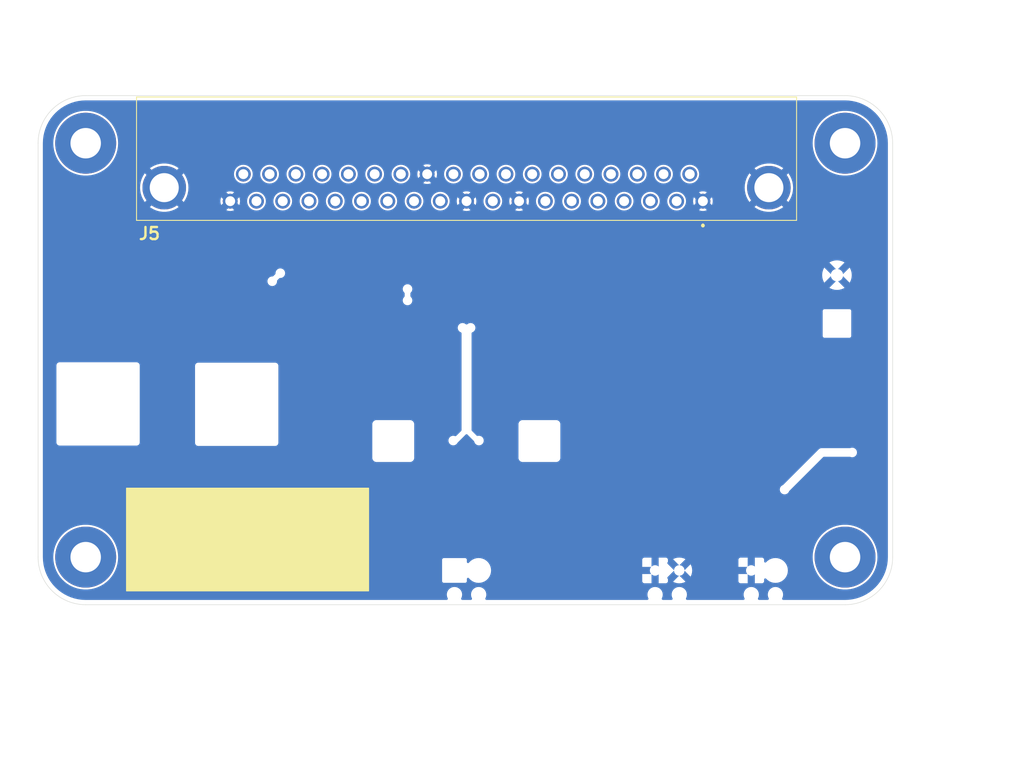
<source format=kicad_pcb>
(kicad_pcb (version 20240108) (generator "pcbnew") (generator_version "8.0")
  (layers (0 "F.Cu" signal) (31 "B.Cu" signal) (34 "B.Paste" user) (35 "F.Paste" user) (36 "B.SilkS" user "B.Silkscreen") (37 "F.SilkS" user "F.Silkscreen") (38 "B.Mask" user) (39 "F.Mask" user) (44 "Edge.Cuts" user))
  (net 0 "")
  (net 5 "/AIN1{slash}0_N")
  (net 6 "/AIN0{slash}0_P")
  (net 7 "GND")
  (net 8 "/MIO0")
  (net 9 "/AIN3{slash}2_N")
  (net 10 "/AIN12{slash}12_P")
  (net 11 "/FIO3")
  (net 12 "/VM-")
  (net 13 "/FIO5")
  (net 14 "/AIN5{slash}4_N")
  (net 15 "/FIO4")
  (net 16 "/AIN10{slash}10_P")
  (net 17 "/AIN7{slash}6_N")
  (net 18 "/AIN4{slash}4_P")
  (net 19 "/VS")
  (net 20 "/VM+")
  (net 21 "/FIO1")
  (net 22 "/AIN2{slash}2_P")
  (net 23 "/AIN6{slash}6_P")
  (net 24 "/AIN13{slash}12_N")
  (net 25 "/AIN11{slash}10_N")
  (net 26 "/FIO2")
  (net 27 "/DAC0")
  (net 28 "/MIO1")
  (net 29 "/FIO7")
  (net 30 "/AIN8{slash}8_P")
  (net 31 "/FIO0")
  (net 32 "/DAC1")
  (net 33 "/MIO2")
  (net 34 "/AIN9{slash}8_N")
  (net 35 "/10uA")
  (net 36 "/200uA")
  (net 37 "/FIO6")
  (footprint "impulse_temp_tester:7472524" (layer "F.Cu") (at 100 60.15 180)
    (property "Reference" "J5" (at 33.3 -14.35 0) (layer "F.SilkS") (effects (font (size 1.27 1.27) (thickness 0.254))))
    (property "Value" "7472524-SINGLE" (hide yes))
    (fp_line (start 34.66 0) (end 34.66 -12.96) (stroke (width 0.1)) (layer "F.SilkS"))
    (fp_line (start 34.66 -12.96) (end -34.66 -12.96) (stroke (width 0.1)) (layer "F.SilkS"))
    (fp_line (start -24.822 -13.4) (end -24.822 -13.4) (stroke (width 0.2)) (layer "F.SilkS"))
    (fp_line (start -24.822 -13.6) (end -24.822 -13.6) (stroke (width 0.2)) (layer "F.SilkS"))
    (fp_line (start -34.66 0) (end 34.66 0) (stroke (width 0.1)) (layer "F.SilkS"))
    (fp_line (start -34.66 -12.96) (end -34.66 0) (stroke (width 0.1)) (layer "F.SilkS"))
    (fp_arc (start -24.822 -13.4) (mid -24.922 -13.5) (end -24.822 -13.6) (stroke (width 0.2)) (layer "F.SilkS"))
    (fp_arc (start -24.822 -13.6) (mid -24.722 -13.5) (end -24.822 -13.4) (stroke (width 0.2)) (layer "F.SilkS"))
    (pad "1" thru_hole circle (at -24.822 -10.94 180) (size 1.56 1.56) (drill 1.04) (layers "*.Cu" "*.Mask") (net 7 "GND"))
    (pad "2" thru_hole circle (at -22.064 -10.94 180) (size 1.56 1.56) (drill 1.04) (layers "*.Cu" "*.Mask") (net 36 "/200uA"))
    (pad "3" thru_hole circle (at -19.306 -10.94 180) (size 1.56 1.56) (drill 1.04) (layers "*.Cu" "*.Mask") (net 37 "/FIO6"))
    (pad "4" thru_hole circle (at -16.548 -10.94 180) (size 1.56 1.56) (drill 1.04) (layers "*.Cu" "*.Mask") (net 15 "/FIO4"))
    (pad "5" thru_hole circle (at -13.79 -10.94 180) (size 1.56 1.56) (drill 1.04) (layers "*.Cu" "*.Mask") (net 26 "/FIO2"))
    (pad "6" thru_hole circle (at -11.032 -10.94 180) (size 1.56 1.56) (drill 1.04) (layers "*.Cu" "*.Mask") (net 31 "/FIO0"))
    (pad "7" thru_hole circle (at -8.274 -10.94 180) (size 1.56 1.56) (drill 1.04) (layers "*.Cu" "*.Mask") (net 28 "/MIO1"))
    (pad "8" thru_hole circle (at -5.516 -10.94 180) (size 1.56 1.56) (drill 1.04) (layers "*.Cu" "*.Mask") (net 7 "GND"))
    (pad "9" thru_hole circle (at -2.758 -10.94 180) (size 1.56 1.56) (drill 1.04) (layers "*.Cu" "*.Mask") (net 12 "/VM-"))
    (pad "10" thru_hole circle (at 0 -10.94 180) (size 1.56 1.56) (drill 1.04) (layers "*.Cu" "*.Mask") (net 7 "GND"))
    (pad "11" thru_hole circle (at 2.758 -10.94 180) (size 1.56 1.56) (drill 1.04) (layers "*.Cu" "*.Mask") (net 27 "/DAC0"))
    (pad "12" thru_hole circle (at 5.516 -10.94 180) (size 1.56 1.56) (drill 1.04) (layers "*.Cu" "*.Mask") (net 24 "/AIN13{slash}12_N"))
    (pad "13" thru_hole circle (at 8.274 -10.94 180) (size 1.56 1.56) (drill 1.04) (layers "*.Cu" "*.Mask") (net 25 "/AIN11{slash}10_N"))
    (pad "14" thru_hole circle (at 11.032 -10.94 180) (size 1.56 1.56) (drill 1.04) (layers "*.Cu" "*.Mask") (net 34 "/AIN9{slash}8_N"))
    (pad "15" thru_hole circle (at 13.79 -10.94 180) (size 1.56 1.56) (drill 1.04) (layers "*.Cu" "*.Mask") (net 17 "/AIN7{slash}6_N"))
    (pad "16" thru_hole circle (at 16.548 -10.94 180) (size 1.56 1.56) (drill 1.04) (layers "*.Cu" "*.Mask") (net 14 "/AIN5{slash}4_N"))
    (pad "17" thru_hole circle (at 19.306 -10.94 180) (size 1.56 1.56) (drill 1.04) (layers "*.Cu" "*.Mask") (net 9 "/AIN3{slash}2_N"))
    (pad "18" thru_hole circle (at 22.064 -10.94 180) (size 1.56 1.56) (drill 1.04) (layers "*.Cu" "*.Mask") (net 5 "/AIN1{slash}0_N"))
    (pad "19" thru_hole circle (at 24.822 -10.94 180) (size 1.56 1.56) (drill 1.04) (layers "*.Cu" "*.Mask") (net 7 "GND"))
    (pad "20" thru_hole circle (at -23.443 -8.1 180) (size 1.56 1.56) (drill 1.04) (layers "*.Cu" "*.Mask") (net 35 "/10uA"))
    (pad "21" thru_hole circle (at -20.685 -8.1 180) (size 1.56 1.56) (drill 1.04) (layers "*.Cu" "*.Mask") (net 29 "/FIO7"))
    (pad "22" thru_hole circle (at -17.927 -8.1 180) (size 1.56 1.56) (drill 1.04) (layers "*.Cu" "*.Mask") (net 13 "/FIO5"))
    (pad "23" thru_hole circle (at -15.169 -8.1 180) (size 1.56 1.56) (drill 1.04) (layers "*.Cu" "*.Mask") (net 11 "/FIO3"))
    (pad "24" thru_hole circle (at -12.411 -8.1 180) (size 1.56 1.56) (drill 1.04) (layers "*.Cu" "*.Mask") (net 21 "/FIO1"))
    (pad "25" thru_hole circle (at -9.653 -8.1 180) (size 1.56 1.56) (drill 1.04) (layers "*.Cu" "*.Mask") (net 8 "/MIO0"))
    (pad "26" thru_hole circle (at -6.895 -8.1 180) (size 1.56 1.56) (drill 1.04) (layers "*.Cu" "*.Mask") (net 33 "/MIO2"))
    (pad "27" thru_hole circle (at -4.137 -8.1 180) (size 1.56 1.56) (drill 1.04) (layers "*.Cu" "*.Mask") (net 19 "/VS"))
    (pad "28" thru_hole circle (at -1.379 -8.1 180) (size 1.56 1.56) (drill 1.04) (layers "*.Cu" "*.Mask") (net 20 "/VM+"))
    (pad "29" thru_hole circle (at 1.379 -8.1 180) (size 1.56 1.56) (drill 1.04) (layers "*.Cu" "*.Mask") (net 32 "/DAC1"))
    (pad "30" thru_hole circle (at 4.137 -8.1 180) (size 1.56 1.56) (drill 1.04) (layers "*.Cu" "*.Mask") (net 7 "GND"))
    (pad "31" thru_hole circle (at 6.895 -8.1 180) (size 1.56 1.56) (drill 1.04) (layers "*.Cu" "*.Mask") (net 10 "/AIN12{slash}12_P"))
    (pad "32" thru_hole circle (at 9.653 -8.1 180) (size 1.56 1.56) (drill 1.04) (layers "*.Cu" "*.Mask") (net 16 "/AIN10{slash}10_P"))
    (pad "33" thru_hole circle (at 12.411 -8.1 180) (size 1.56 1.56) (drill 1.04) (layers "*.Cu" "*.Mask") (net 30 "/AIN8{slash}8_P"))
    (pad "34" thru_hole circle (at 15.169 -8.1 180) (size 1.56 1.56) (drill 1.04) (layers "*.Cu" "*.Mask") (net 23 "/AIN6{slash}6_P"))
    (pad "35" thru_hole circle (at 17.927 -8.1 180) (size 1.56 1.56) (drill 1.04) (layers "*.Cu" "*.Mask") (net 18 "/AIN4{slash}4_P"))
    (pad "36" thru_hole circle (at 20.685 -8.1 180) (size 1.56 1.56) (drill 1.04) (layers "*.Cu" "*.Mask") (net 22 "/AIN2{slash}2_P"))
    (pad "37" thru_hole circle (at 23.443 -8.1 180) (size 1.56 1.56) (drill 1.04) (layers "*.Cu" "*.Mask") (net 6 "/AIN0{slash}0_P"))
    (pad "MH1" thru_hole circle (at -31.75 -9.52 180) (size 4.575 4.575) (drill 3.05) (layers "*.Cu" "*.Mask") (net 7 "GND"))
    (pad "MH2" thru_hole circle (at 31.75 -9.52 180) (size 4.575 4.575) (drill 3.05) (layers "*.Cu" "*.Mask") (net 7 "GND"))
  )
  (footprint "MountingHole:MountingHole_3.2mm_M3_Pad" (layer "F.Cu") (at 60 108.5)
    (property "Reference" "H1" (hide yes))
    (property "Value" "MountingHole_Pad")
    (pad "1" thru_hole circle (at 0 0) (size 6.4 6.4) (drill 3.2) (layers "*.Cu" "*.Mask"))
  )
  (footprint "MountingHole:MountingHole_3.2mm_M3_Pad" (layer "F.Cu") (at 60 65)
    (property "Reference" "H2" (hide yes))
    (property "Value" "MountingHole_Pad")
    (pad "1" thru_hole circle (at 0 0) (size 6.4 6.4) (drill 3.2) (layers "*.Cu" "*.Mask"))
  )
  (footprint "MountingHole:MountingHole_3.2mm_M3_Pad" (layer "F.Cu") (at 139.75 108.5)
    (property "Reference" "H3" (hide yes))
    (property "Value" "MountingHole_Pad")
    (pad "1" thru_hole circle (at 0 0) (size 6.4 6.4) (drill 3.2) (layers "*.Cu" "*.Mask"))
  )
  (footprint "MountingHole:MountingHole_3.2mm_M3_Pad" (layer "F.Cu") (at 139.75 65)
    (property "Reference" "H4" (hide yes))
    (property "Value" "MountingHole_Pad")
    (pad "1" thru_hole circle (at 0 0) (size 6.4 6.4) (drill 3.2) (layers "*.Cu" "*.Mask"))
  )
  (gr_rect (start 64.2875 101.25) (end 89.7125 112.05) (stroke (width 0.1)) (fill solid) (layer "F.SilkS"))
  (gr_line (start 139.75 60) (end 60 60) (stroke (width 0.05)) (layer "Edge.Cuts"))
  (gr_line (start 144.75 65) (end 144.75 108.5) (stroke (width 0.05)) (layer "Edge.Cuts"))
  (gr_arc (start 139.75 60) (mid 143.285534 61.464466) (end 144.75 65) (stroke (width 0.05)) (layer "Edge.Cuts"))
  (gr_line (start 55 65) (end 55 108.5) (stroke (width 0.05)) (layer "Edge.Cuts"))
  (gr_arc (start 55 65) (mid 56.464466 61.464466) (end 60 60) (stroke (width 0.05)) (layer "Edge.Cuts"))
  (gr_arc (start 144.75 108.5) (mid 143.285534 112.035534) (end 139.75 113.5) (stroke (width 0.05)) (layer "Edge.Cuts"))
  (gr_arc (start 60 113.5) (mid 56.464466 112.035534) (end 55 108.5) (stroke (width 0.05)) (layer "Edge.Cuts"))
  (gr_line (start 60 113.5) (end 139.75 113.5) (stroke (width 0.05)) (layer "Edge.Cuts"))
  (zone (net 7) (net_name "GND") (layer "B.Cu") (priority 2) (connect_pads (clearance 0.2)) (min_thickness 0.25) (fill yes (thermal_gap 0.25) (thermal_bridge_width 0.75) (smoothing fillet) (radius 0.5) (island_removal_mode 1) (island_area_min 10))
    (polygon (pts (xy 51 55) (xy 51 120) (xy 150.5 119.75) (xy 150.5 54.75)))
  )
)
</source>
